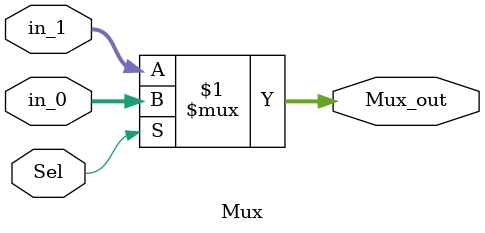
<source format=v>
`timescale 1ns / 1ps


module Mux(
    input [3:0] in_0,
    input [3:0] in_1,
    input Sel,
    output [3:0] Mux_out
    );
    
    assign Mux_out = Sel ? in_0 : in_1;
    
endmodule

</source>
